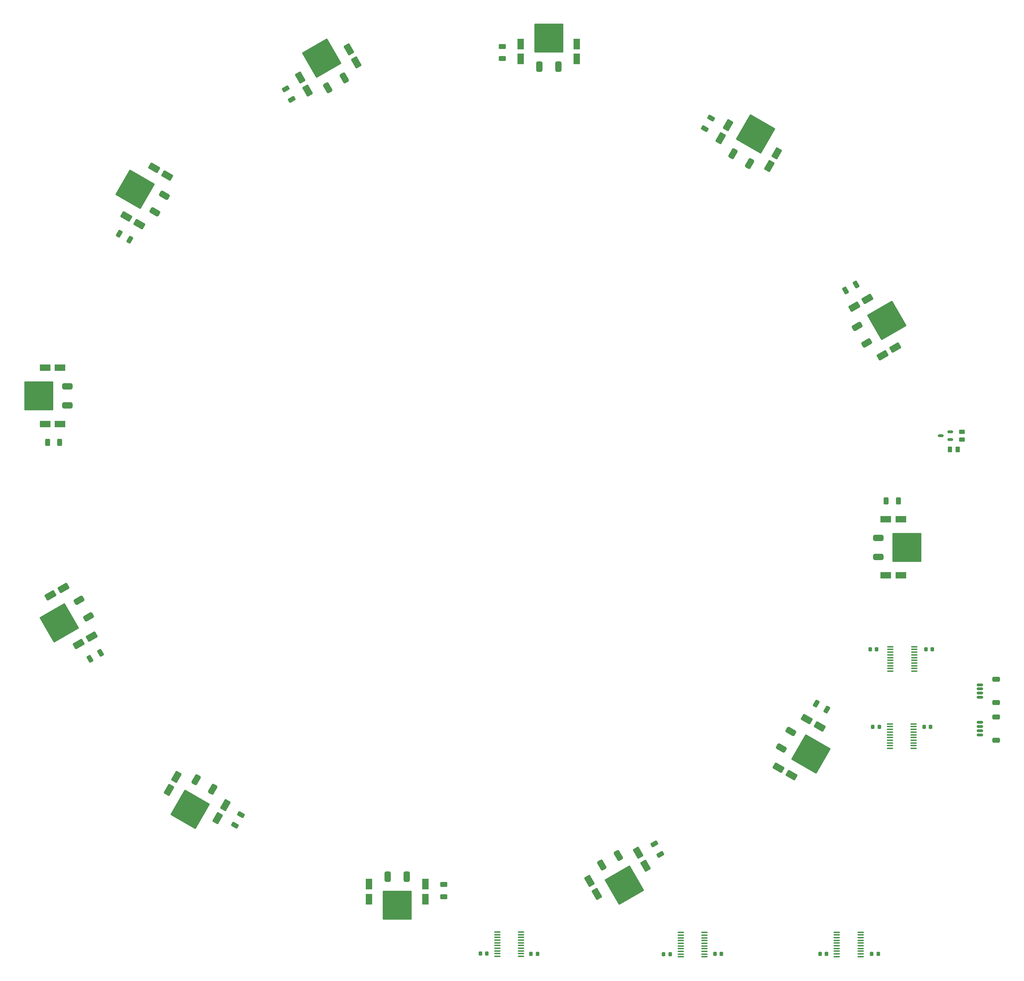
<source format=gtp>
%TF.GenerationSoftware,KiCad,Pcbnew,7.0.8-7.0.8~ubuntu22.04.1*%
%TF.CreationDate,2024-02-10T13:50:52-08:00*%
%TF.ProjectId,teensy_arena_12-12,7465656e-7379-45f6-9172-656e615f3132,rev?*%
%TF.SameCoordinates,Original*%
%TF.FileFunction,Paste,Top*%
%TF.FilePolarity,Positive*%
%FSLAX46Y46*%
G04 Gerber Fmt 4.6, Leading zero omitted, Abs format (unit mm)*
G04 Created by KiCad (PCBNEW 7.0.8-7.0.8~ubuntu22.04.1) date 2024-02-10 13:50:52*
%MOMM*%
%LPD*%
G01*
G04 APERTURE LIST*
G04 Aperture macros list*
%AMRoundRect*
0 Rectangle with rounded corners*
0 $1 Rounding radius*
0 $2 $3 $4 $5 $6 $7 $8 $9 X,Y pos of 4 corners*
0 Add a 4 corners polygon primitive as box body*
4,1,4,$2,$3,$4,$5,$6,$7,$8,$9,$2,$3,0*
0 Add four circle primitives for the rounded corners*
1,1,$1+$1,$2,$3*
1,1,$1+$1,$4,$5*
1,1,$1+$1,$6,$7*
1,1,$1+$1,$8,$9*
0 Add four rect primitives between the rounded corners*
20,1,$1+$1,$2,$3,$4,$5,0*
20,1,$1+$1,$4,$5,$6,$7,0*
20,1,$1+$1,$6,$7,$8,$9,0*
20,1,$1+$1,$8,$9,$2,$3,0*%
G04 Aperture macros list end*
%ADD10RoundRect,0.375000X-0.945272X0.112740X0.570272X-0.762260X0.945272X-0.112740X-0.570272X0.762260X0*%
%ADD11RoundRect,0.175000X-4.542034X-1.217034X1.217034X-4.542034X4.542034X1.217034X-1.217034X4.542034X0*%
%ADD12RoundRect,0.375000X-0.375000X0.875000X-0.375000X-0.875000X0.375000X-0.875000X0.375000X0.875000X0*%
%ADD13RoundRect,0.175000X-3.325000X3.325000X-3.325000X-3.325000X3.325000X-3.325000X3.325000X3.325000X0*%
%ADD14RoundRect,0.375000X-0.875000X-0.375000X0.875000X-0.375000X0.875000X0.375000X-0.875000X0.375000X0*%
%ADD15RoundRect,0.175000X-3.325000X-3.325000X3.325000X-3.325000X3.325000X3.325000X-3.325000X3.325000X0*%
%ADD16RoundRect,0.375000X-0.762260X0.570272X0.112740X-0.945272X0.762260X-0.570272X-0.112740X0.945272X0*%
%ADD17RoundRect,0.175000X-4.542034X1.217034X-1.217034X-4.542034X4.542034X-1.217034X1.217034X4.542034X0*%
%ADD18RoundRect,0.375000X0.875000X0.375000X-0.875000X0.375000X-0.875000X-0.375000X0.875000X-0.375000X0*%
%ADD19RoundRect,0.175000X3.325000X3.325000X-3.325000X3.325000X-3.325000X-3.325000X3.325000X-3.325000X0*%
%ADD20RoundRect,0.375000X-0.112740X-0.945272X0.762260X0.570272X0.112740X0.945272X-0.762260X-0.570272X0*%
%ADD21RoundRect,0.175000X1.217034X-4.542034X4.542034X1.217034X-1.217034X4.542034X-4.542034X-1.217034X0*%
%ADD22RoundRect,0.375000X0.570272X0.762260X-0.945272X-0.112740X-0.570272X-0.762260X0.945272X0.112740X0*%
%ADD23RoundRect,0.175000X1.217034X4.542034X-4.542034X1.217034X-1.217034X-4.542034X4.542034X-1.217034X0*%
%ADD24RoundRect,0.375000X0.762260X-0.570272X-0.112740X0.945272X-0.762260X0.570272X0.112740X-0.945272X0*%
%ADD25RoundRect,0.175000X4.542034X-1.217034X1.217034X4.542034X-4.542034X1.217034X-1.217034X-4.542034X0*%
%ADD26RoundRect,0.375000X0.945272X-0.112740X-0.570272X0.762260X-0.945272X0.112740X0.570272X-0.762260X0*%
%ADD27RoundRect,0.175000X4.542034X1.217034X-1.217034X4.542034X-4.542034X-1.217034X1.217034X-4.542034X0*%
%ADD28RoundRect,0.375000X0.375000X-0.875000X0.375000X0.875000X-0.375000X0.875000X-0.375000X-0.875000X0*%
%ADD29RoundRect,0.175000X3.325000X-3.325000X3.325000X3.325000X-3.325000X3.325000X-3.325000X-3.325000X0*%
%ADD30RoundRect,0.375000X-0.570272X-0.762260X0.945272X0.112740X0.570272X0.762260X-0.945272X-0.112740X0*%
%ADD31RoundRect,0.175000X-1.217034X-4.542034X4.542034X-1.217034X1.217034X4.542034X-4.542034X1.217034X0*%
%ADD32RoundRect,0.375000X0.112740X0.945272X-0.762260X-0.570272X-0.112740X-0.945272X0.762260X0.570272X0*%
%ADD33RoundRect,0.175000X-1.217034X4.542034X-4.542034X-1.217034X1.217034X-4.542034X4.542034X1.217034X0*%
%ADD34RoundRect,0.250000X1.184327X-0.048686X-0.634327X1.001314X-1.184327X0.048686X0.634327X-1.001314X0*%
%ADD35RoundRect,0.250000X0.625000X-0.312500X0.625000X0.312500X-0.625000X0.312500X-0.625000X-0.312500X0*%
%ADD36RoundRect,0.250000X0.385016X-0.583133X0.697516X-0.041867X-0.385016X0.583133X-0.697516X0.041867X0*%
%ADD37RoundRect,0.250000X0.041867X-0.697516X0.583133X-0.385016X-0.041867X0.697516X-0.583133X0.385016X0*%
%ADD38RoundRect,0.225000X0.225000X0.250000X-0.225000X0.250000X-0.225000X-0.250000X0.225000X-0.250000X0*%
%ADD39RoundRect,0.250000X-1.050000X-0.550000X1.050000X-0.550000X1.050000X0.550000X-1.050000X0.550000X0*%
%ADD40RoundRect,0.250000X-0.385016X0.583133X-0.697516X0.041867X0.385016X-0.583133X0.697516X-0.041867X0*%
%ADD41RoundRect,0.250000X1.001314X-0.634327X-0.048686X1.184327X-1.001314X0.634327X0.048686X-1.184327X0*%
%ADD42RoundRect,0.100000X0.637500X0.100000X-0.637500X0.100000X-0.637500X-0.100000X0.637500X-0.100000X0*%
%ADD43RoundRect,0.250000X0.048686X1.184327X-1.001314X-0.634327X-0.048686X-1.184327X1.001314X0.634327X0*%
%ADD44RoundRect,0.100000X-0.637500X-0.100000X0.637500X-0.100000X0.637500X0.100000X-0.637500X0.100000X0*%
%ADD45RoundRect,0.250000X-0.697516X-0.041867X-0.385016X-0.583133X0.697516X0.041867X0.385016X0.583133X0*%
%ADD46RoundRect,0.250000X0.634327X1.001314X-1.184327X-0.048686X-0.634327X-1.001314X1.184327X0.048686X0*%
%ADD47RoundRect,0.250000X-0.041867X0.697516X-0.583133X0.385016X0.041867X-0.697516X0.583133X-0.385016X0*%
%ADD48RoundRect,0.225000X-0.225000X-0.250000X0.225000X-0.250000X0.225000X0.250000X-0.225000X0.250000X0*%
%ADD49RoundRect,0.150000X0.625000X-0.150000X0.625000X0.150000X-0.625000X0.150000X-0.625000X-0.150000X0*%
%ADD50RoundRect,0.250000X0.650000X-0.350000X0.650000X0.350000X-0.650000X0.350000X-0.650000X-0.350000X0*%
%ADD51RoundRect,0.250000X-1.184327X0.048686X0.634327X-1.001314X1.184327X-0.048686X-0.634327X1.001314X0*%
%ADD52RoundRect,0.250000X0.697516X0.041867X0.385016X0.583133X-0.697516X-0.041867X-0.385016X-0.583133X0*%
%ADD53RoundRect,0.250000X-0.634327X-1.001314X1.184327X0.048686X0.634327X1.001314X-1.184327X-0.048686X0*%
%ADD54RoundRect,0.150000X0.512500X0.150000X-0.512500X0.150000X-0.512500X-0.150000X0.512500X-0.150000X0*%
%ADD55RoundRect,0.250000X-0.550000X1.050000X-0.550000X-1.050000X0.550000X-1.050000X0.550000X1.050000X0*%
%ADD56RoundRect,0.250000X-1.001314X0.634327X0.048686X-1.184327X1.001314X-0.634327X-0.048686X1.184327X0*%
%ADD57RoundRect,0.250000X-0.262500X-0.450000X0.262500X-0.450000X0.262500X0.450000X-0.262500X0.450000X0*%
%ADD58RoundRect,0.250000X0.583133X0.385016X0.041867X0.697516X-0.583133X-0.385016X-0.041867X-0.697516X0*%
%ADD59RoundRect,0.250000X-0.625000X0.312500X-0.625000X-0.312500X0.625000X-0.312500X0.625000X0.312500X0*%
%ADD60RoundRect,0.250000X-0.312500X-0.625000X0.312500X-0.625000X0.312500X0.625000X-0.312500X0.625000X0*%
%ADD61RoundRect,0.250000X1.050000X0.550000X-1.050000X0.550000X-1.050000X-0.550000X1.050000X-0.550000X0*%
%ADD62RoundRect,0.250000X-0.048686X-1.184327X1.001314X0.634327X0.048686X1.184327X-1.001314X-0.634327X0*%
%ADD63RoundRect,0.250000X0.312500X0.625000X-0.312500X0.625000X-0.312500X-0.625000X0.312500X-0.625000X0*%
%ADD64RoundRect,0.250000X0.550000X-1.050000X0.550000X1.050000X-0.550000X1.050000X-0.550000X-1.050000X0*%
%ADD65RoundRect,0.250000X-0.583133X-0.385016X-0.041867X-0.697516X0.583133X0.385016X0.041867X0.697516X0*%
%ADD66RoundRect,0.250000X-0.450000X0.262500X-0.450000X-0.262500X0.450000X-0.262500X0.450000X0.262500X0*%
G04 APERTURE END LIST*
D10*
%TO.C,U17*%
X254120591Y-240226916D03*
D11*
X258902865Y-245643774D03*
D10*
X251820591Y-244210632D03*
%TD*%
D12*
%TO.C,U15*%
X161897000Y-275109028D03*
D13*
X159597000Y-281959028D03*
D12*
X157297000Y-275109028D03*
%TD*%
D14*
%TO.C,U6*%
X275109028Y-193703000D03*
D15*
X281959028Y-196003000D03*
D14*
X275109028Y-198303000D03*
%TD*%
D16*
%TO.C,U16*%
X212682112Y-270023591D03*
D17*
X214115254Y-277105865D03*
D16*
X208698396Y-272323591D03*
%TD*%
D18*
%TO.C,U12*%
X80490971Y-161897000D03*
D19*
X73640971Y-159597000D03*
D18*
X80490971Y-157297000D03*
%TD*%
D20*
%TO.C,U8*%
X240226916Y-101479408D03*
D21*
X245643774Y-96697134D03*
D20*
X244210632Y-103779408D03*
%TD*%
D22*
%TO.C,U13*%
X85576408Y-212682112D03*
D23*
X78494134Y-214115254D03*
D22*
X83276408Y-208698396D03*
%TD*%
D24*
%TO.C,U10*%
X142917887Y-85576408D03*
D25*
X141484745Y-78494134D03*
D24*
X146901603Y-83276408D03*
%TD*%
D26*
%TO.C,U11*%
X101479408Y-115373083D03*
D27*
X96697134Y-109956225D03*
D26*
X103779408Y-111389367D03*
%TD*%
D28*
%TO.C,U9*%
X193703000Y-80490971D03*
D29*
X196003000Y-73640971D03*
D28*
X198303000Y-80490971D03*
%TD*%
D30*
%TO.C,U7*%
X270023591Y-142917887D03*
D31*
X277105865Y-141484745D03*
D30*
X272323591Y-146901603D03*
%TD*%
D32*
%TO.C,U14*%
X115373083Y-254120591D03*
D33*
X109956225Y-258902865D03*
D32*
X111389367Y-251820591D03*
%TD*%
D34*
%TO.C,C21*%
X104438393Y-106657972D03*
X101320701Y-104857972D03*
%TD*%
D35*
%TO.C,R12*%
X170774000Y-279912528D03*
X170774000Y-276987528D03*
%TD*%
D36*
%TO.C,R11*%
X120659041Y-262719043D03*
X122121541Y-260185919D03*
%TD*%
D37*
%TO.C,R10*%
X85854956Y-222771569D03*
X88388080Y-221309069D03*
%TD*%
D38*
%TO.C,C3*%
X275320000Y-239080000D03*
X273770000Y-239080000D03*
%TD*%
%TO.C,C6*%
X225130000Y-293684000D03*
X223580000Y-293684000D03*
%TD*%
D39*
%TO.C,C24*%
X75095971Y-166370000D03*
X78695971Y-166370000D03*
%TD*%
D40*
%TO.C,R5*%
X234940958Y-92880956D03*
X233478458Y-95414080D03*
%TD*%
D41*
%TO.C,C19*%
X149837998Y-79508393D03*
X148037998Y-76390701D03*
%TD*%
D39*
%TO.C,C11*%
X276904028Y-202730000D03*
X280504028Y-202730000D03*
%TD*%
D42*
%TO.C,U3*%
X233402100Y-294342600D03*
X233402100Y-293692600D03*
X233402100Y-293042600D03*
X233402100Y-292392600D03*
X233402100Y-291742600D03*
X233402100Y-291092600D03*
X233402100Y-290442600D03*
X233402100Y-289792600D03*
X233402100Y-289142600D03*
X233402100Y-288492600D03*
X227677100Y-288492600D03*
X227677100Y-289142600D03*
X227677100Y-289792600D03*
X227677100Y-290442600D03*
X227677100Y-291092600D03*
X227677100Y-291742600D03*
X227677100Y-292392600D03*
X227677100Y-293042600D03*
X227677100Y-293692600D03*
X227677100Y-294342600D03*
%TD*%
D43*
%TO.C,C27*%
X106657972Y-251161606D03*
X104857972Y-254279298D03*
%TD*%
D38*
%TO.C,C8*%
X262687000Y-293654000D03*
X261137000Y-293654000D03*
%TD*%
D44*
%TO.C,U2*%
X277878400Y-238414800D03*
X277878400Y-239064800D03*
X277878400Y-239714800D03*
X277878400Y-240364800D03*
X277878400Y-241014800D03*
X277878400Y-241664800D03*
X277878400Y-242314800D03*
X277878400Y-242964800D03*
X277878400Y-243614800D03*
X277878400Y-244264800D03*
X283603400Y-244264800D03*
X283603400Y-243614800D03*
X283603400Y-242964800D03*
X283603400Y-242314800D03*
X283603400Y-241664800D03*
X283603400Y-241014800D03*
X283603400Y-240364800D03*
X283603400Y-239714800D03*
X283603400Y-239064800D03*
X283603400Y-238414800D03*
%TD*%
D45*
%TO.C,R7*%
X132828430Y-85854956D03*
X134290930Y-88388080D03*
%TD*%
D46*
%TO.C,C14*%
X272459298Y-136346655D03*
X269341606Y-138146655D03*
%TD*%
D47*
%TO.C,R4*%
X269745043Y-132828430D03*
X267211919Y-134290930D03*
%TD*%
D48*
%TO.C,C9*%
X191729000Y-293604000D03*
X193279000Y-293604000D03*
%TD*%
D49*
%TO.C,J3*%
X299500000Y-232005000D03*
X299500000Y-231005000D03*
X299500000Y-230005000D03*
X299500000Y-229005000D03*
D50*
X303375000Y-233305000D03*
X303375000Y-227705000D03*
%TD*%
D48*
%TO.C,C2*%
X286499000Y-220472000D03*
X288049000Y-220472000D03*
%TD*%
%TO.C,C5*%
X235915000Y-293674000D03*
X237465000Y-293674000D03*
%TD*%
D51*
%TO.C,C22*%
X94570701Y-116549315D03*
X97688393Y-118349315D03*
%TD*%
D52*
%TO.C,R13*%
X222771569Y-269745043D03*
X221309069Y-267211919D03*
%TD*%
D38*
%TO.C,C10*%
X181129000Y-293564000D03*
X179579000Y-293564000D03*
%TD*%
D43*
%TO.C,C16*%
X239050684Y-94570701D03*
X237250684Y-97688393D03*
%TD*%
D53*
%TO.C,C26*%
X83140701Y-219253344D03*
X86258393Y-217453344D03*
%TD*%
D44*
%TO.C,U1*%
X277993000Y-219874000D03*
X277993000Y-220524000D03*
X277993000Y-221174000D03*
X277993000Y-221824000D03*
X277993000Y-222474000D03*
X277993000Y-223124000D03*
X277993000Y-223774000D03*
X277993000Y-224424000D03*
X277993000Y-225074000D03*
X277993000Y-225724000D03*
X283718000Y-225724000D03*
X283718000Y-225074000D03*
X283718000Y-224424000D03*
X283718000Y-223774000D03*
X283718000Y-223124000D03*
X283718000Y-222474000D03*
X283718000Y-221824000D03*
X283718000Y-221174000D03*
X283718000Y-220524000D03*
X283718000Y-219874000D03*
%TD*%
D54*
%TO.C,Q2*%
X292343000Y-170114000D03*
X292343000Y-168214000D03*
X290068000Y-169164000D03*
%TD*%
D55*
%TO.C,C29*%
X152870000Y-276904028D03*
X152870000Y-280504028D03*
%TD*%
D56*
%TO.C,C31*%
X205762001Y-276091606D03*
X207562001Y-279209298D03*
%TD*%
D42*
%TO.C,U4*%
X270845100Y-294291800D03*
X270845100Y-293641800D03*
X270845100Y-292991800D03*
X270845100Y-292341800D03*
X270845100Y-291691800D03*
X270845100Y-291041800D03*
X270845100Y-290391800D03*
X270845100Y-289741800D03*
X270845100Y-289091800D03*
X270845100Y-288441800D03*
X265120100Y-288441800D03*
X265120100Y-289091800D03*
X265120100Y-289741800D03*
X265120100Y-290391800D03*
X265120100Y-291041800D03*
X265120100Y-291691800D03*
X265120100Y-292341800D03*
X265120100Y-292991800D03*
X265120100Y-293641800D03*
X265120100Y-294291800D03*
%TD*%
D57*
%TO.C,R1*%
X292307000Y-172466000D03*
X294132000Y-172466000D03*
%TD*%
D41*
%TO.C,C32*%
X219253344Y-272459298D03*
X217453344Y-269341606D03*
%TD*%
D58*
%TO.C,R14*%
X262719043Y-234940958D03*
X260185919Y-233478458D03*
%TD*%
D55*
%TO.C,C18*%
X189230000Y-75095971D03*
X189230000Y-78695971D03*
%TD*%
D59*
%TO.C,R6*%
X184826000Y-75687471D03*
X184826000Y-78612471D03*
%TD*%
D60*
%TO.C,R9*%
X75687471Y-170774000D03*
X78612471Y-170774000D03*
%TD*%
D61*
%TO.C,C23*%
X78695971Y-152870000D03*
X75095971Y-152870000D03*
%TD*%
D62*
%TO.C,C28*%
X116549315Y-261029298D03*
X118349315Y-257911606D03*
%TD*%
D46*
%TO.C,C25*%
X79508393Y-205762001D03*
X76390701Y-207562001D03*
%TD*%
D63*
%TO.C,R3*%
X279912528Y-184826000D03*
X276987528Y-184826000D03*
%TD*%
D48*
%TO.C,C4*%
X286110000Y-239080000D03*
X287660000Y-239080000D03*
%TD*%
D56*
%TO.C,C20*%
X136346655Y-83140701D03*
X138146655Y-86258393D03*
%TD*%
D64*
%TO.C,C30*%
X166370000Y-280504028D03*
X166370000Y-276904028D03*
%TD*%
D48*
%TO.C,C7*%
X273517000Y-293624000D03*
X275067000Y-293624000D03*
%TD*%
D38*
%TO.C,C1*%
X274688600Y-220522800D03*
X273138600Y-220522800D03*
%TD*%
D34*
%TO.C,C34*%
X261029298Y-239050684D03*
X257911606Y-237250684D03*
%TD*%
D62*
%TO.C,C15*%
X248942027Y-104438393D03*
X250742027Y-101320701D03*
%TD*%
D53*
%TO.C,C13*%
X276091606Y-149837998D03*
X279209298Y-148037998D03*
%TD*%
D61*
%TO.C,C12*%
X280504028Y-189230000D03*
X276904028Y-189230000D03*
%TD*%
D49*
%TO.C,J2*%
X299500000Y-241016000D03*
X299500000Y-240016000D03*
X299500000Y-239016000D03*
X299500000Y-238016000D03*
D50*
X303375000Y-242316000D03*
X303375000Y-236716000D03*
%TD*%
D65*
%TO.C,R8*%
X92880956Y-120659041D03*
X95414080Y-122121541D03*
%TD*%
D42*
%TO.C,U5*%
X189364200Y-294220800D03*
X189364200Y-293570800D03*
X189364200Y-292920800D03*
X189364200Y-292270800D03*
X189364200Y-291620800D03*
X189364200Y-290970800D03*
X189364200Y-290320800D03*
X189364200Y-289670800D03*
X189364200Y-289020800D03*
X189364200Y-288370800D03*
X183639200Y-288370800D03*
X183639200Y-289020800D03*
X183639200Y-289670800D03*
X183639200Y-290320800D03*
X183639200Y-290970800D03*
X183639200Y-291620800D03*
X183639200Y-292270800D03*
X183639200Y-292920800D03*
X183639200Y-293570800D03*
X183639200Y-294220800D03*
%TD*%
D66*
%TO.C,R2*%
X295148000Y-168251500D03*
X295148000Y-170076500D03*
%TD*%
D51*
%TO.C,C33*%
X251161606Y-248942027D03*
X254279298Y-250742027D03*
%TD*%
D64*
%TO.C,C17*%
X202730000Y-78695971D03*
X202730000Y-75095971D03*
%TD*%
M02*

</source>
